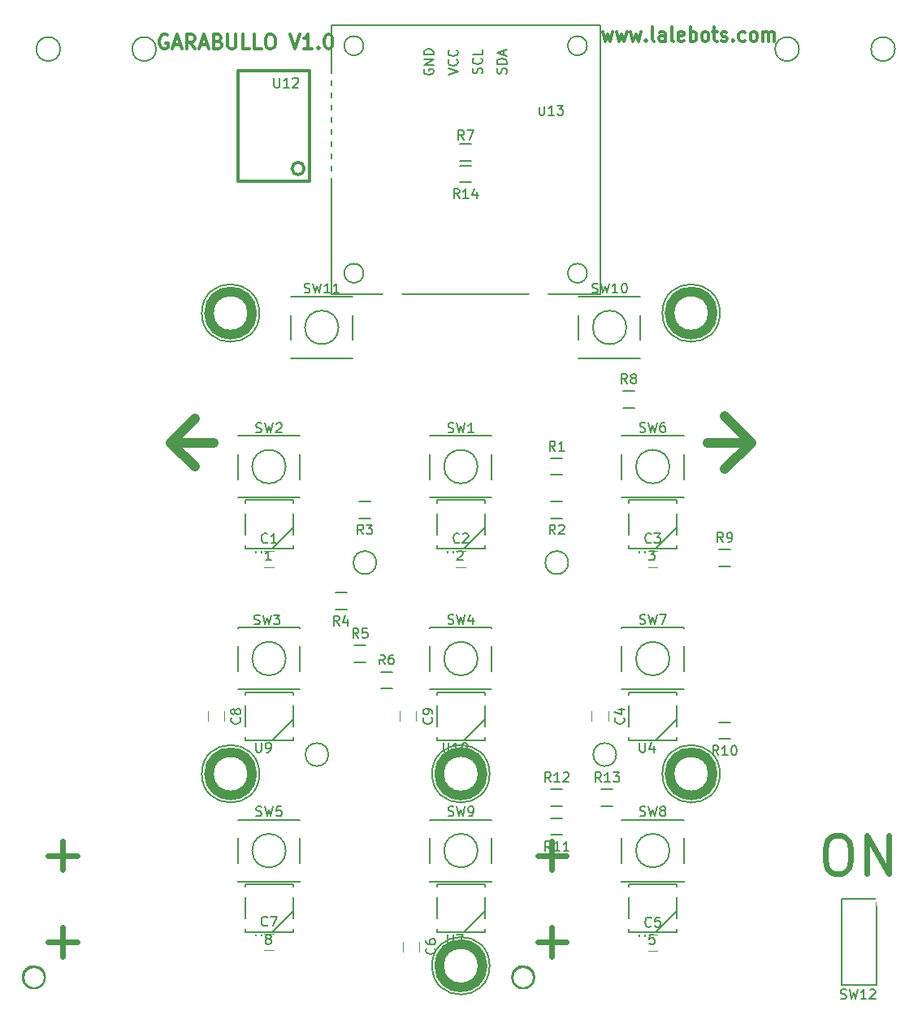
<source format=gbr>
G04 #@! TF.FileFunction,Legend,Top*
%FSLAX46Y46*%
G04 Gerber Fmt 4.6, Leading zero omitted, Abs format (unit mm)*
G04 Created by KiCad (PCBNEW 4.0.5-e0-6337~49~ubuntu16.04.1) date Sun Jan 22 15:59:59 2017*
%MOMM*%
%LPD*%
G01*
G04 APERTURE LIST*
%ADD10C,0.100000*%
%ADD11C,0.300000*%
%ADD12C,0.375000*%
%ADD13C,0.600000*%
%ADD14C,0.200000*%
%ADD15C,1.000000*%
%ADD16C,0.150000*%
%ADD17C,0.120000*%
%ADD18R,1.550000X1.300000*%
%ADD19O,2.500000X3.000000*%
%ADD20C,2.000000*%
%ADD21R,1.500000X1.250000*%
%ADD22R,1.250000X1.500000*%
%ADD23R,1.750000X1.750000*%
%ADD24C,1.750000*%
%ADD25R,1.500000X1.300000*%
%ADD26R,1.500000X0.900000*%
%ADD27O,2.000000X1.500000*%
%ADD28R,2.000000X0.700000*%
%ADD29C,1.524000*%
%ADD30R,2.000000X1.200000*%
%ADD31R,1.700000X1.700000*%
%ADD32O,1.700000X1.700000*%
G04 APERTURE END LIST*
D10*
D11*
X115766666Y-25678571D02*
X116033333Y-26678571D01*
X116299999Y-25964286D01*
X116566666Y-26678571D01*
X116833333Y-25678571D01*
X117233333Y-25678571D02*
X117500000Y-26678571D01*
X117766666Y-25964286D01*
X118033333Y-26678571D01*
X118300000Y-25678571D01*
X118700000Y-25678571D02*
X118966667Y-26678571D01*
X119233333Y-25964286D01*
X119500000Y-26678571D01*
X119766667Y-25678571D01*
X120300000Y-26535714D02*
X120366667Y-26607143D01*
X120300000Y-26678571D01*
X120233334Y-26607143D01*
X120300000Y-26535714D01*
X120300000Y-26678571D01*
X121166667Y-26678571D02*
X121033334Y-26607143D01*
X120966667Y-26464286D01*
X120966667Y-25178571D01*
X122300000Y-26678571D02*
X122300000Y-25892857D01*
X122233334Y-25750000D01*
X122100000Y-25678571D01*
X121833334Y-25678571D01*
X121700000Y-25750000D01*
X122300000Y-26607143D02*
X122166667Y-26678571D01*
X121833334Y-26678571D01*
X121700000Y-26607143D01*
X121633334Y-26464286D01*
X121633334Y-26321429D01*
X121700000Y-26178571D01*
X121833334Y-26107143D01*
X122166667Y-26107143D01*
X122300000Y-26035714D01*
X123166667Y-26678571D02*
X123033334Y-26607143D01*
X122966667Y-26464286D01*
X122966667Y-25178571D01*
X124233334Y-26607143D02*
X124100000Y-26678571D01*
X123833334Y-26678571D01*
X123700000Y-26607143D01*
X123633334Y-26464286D01*
X123633334Y-25892857D01*
X123700000Y-25750000D01*
X123833334Y-25678571D01*
X124100000Y-25678571D01*
X124233334Y-25750000D01*
X124300000Y-25892857D01*
X124300000Y-26035714D01*
X123633334Y-26178571D01*
X124900000Y-26678571D02*
X124900000Y-25178571D01*
X124900000Y-25750000D02*
X125033334Y-25678571D01*
X125300000Y-25678571D01*
X125433334Y-25750000D01*
X125500000Y-25821429D01*
X125566667Y-25964286D01*
X125566667Y-26392857D01*
X125500000Y-26535714D01*
X125433334Y-26607143D01*
X125300000Y-26678571D01*
X125033334Y-26678571D01*
X124900000Y-26607143D01*
X126366667Y-26678571D02*
X126233334Y-26607143D01*
X126166667Y-26535714D01*
X126100001Y-26392857D01*
X126100001Y-25964286D01*
X126166667Y-25821429D01*
X126233334Y-25750000D01*
X126366667Y-25678571D01*
X126566667Y-25678571D01*
X126700001Y-25750000D01*
X126766667Y-25821429D01*
X126833334Y-25964286D01*
X126833334Y-26392857D01*
X126766667Y-26535714D01*
X126700001Y-26607143D01*
X126566667Y-26678571D01*
X126366667Y-26678571D01*
X127233334Y-25678571D02*
X127766668Y-25678571D01*
X127433334Y-25178571D02*
X127433334Y-26464286D01*
X127500001Y-26607143D01*
X127633334Y-26678571D01*
X127766668Y-26678571D01*
X128166668Y-26607143D02*
X128300001Y-26678571D01*
X128566668Y-26678571D01*
X128700001Y-26607143D01*
X128766668Y-26464286D01*
X128766668Y-26392857D01*
X128700001Y-26250000D01*
X128566668Y-26178571D01*
X128366668Y-26178571D01*
X128233334Y-26107143D01*
X128166668Y-25964286D01*
X128166668Y-25892857D01*
X128233334Y-25750000D01*
X128366668Y-25678571D01*
X128566668Y-25678571D01*
X128700001Y-25750000D01*
X129366667Y-26535714D02*
X129433334Y-26607143D01*
X129366667Y-26678571D01*
X129300001Y-26607143D01*
X129366667Y-26535714D01*
X129366667Y-26678571D01*
X130633334Y-26607143D02*
X130500001Y-26678571D01*
X130233334Y-26678571D01*
X130100001Y-26607143D01*
X130033334Y-26535714D01*
X129966668Y-26392857D01*
X129966668Y-25964286D01*
X130033334Y-25821429D01*
X130100001Y-25750000D01*
X130233334Y-25678571D01*
X130500001Y-25678571D01*
X130633334Y-25750000D01*
X131433334Y-26678571D02*
X131300001Y-26607143D01*
X131233334Y-26535714D01*
X131166668Y-26392857D01*
X131166668Y-25964286D01*
X131233334Y-25821429D01*
X131300001Y-25750000D01*
X131433334Y-25678571D01*
X131633334Y-25678571D01*
X131766668Y-25750000D01*
X131833334Y-25821429D01*
X131900001Y-25964286D01*
X131900001Y-26392857D01*
X131833334Y-26535714D01*
X131766668Y-26607143D01*
X131633334Y-26678571D01*
X131433334Y-26678571D01*
X132500001Y-26678571D02*
X132500001Y-25678571D01*
X132500001Y-25821429D02*
X132566668Y-25750000D01*
X132700001Y-25678571D01*
X132900001Y-25678571D01*
X133033335Y-25750000D01*
X133100001Y-25892857D01*
X133100001Y-26678571D01*
X133100001Y-25892857D02*
X133166668Y-25750000D01*
X133300001Y-25678571D01*
X133500001Y-25678571D01*
X133633335Y-25750000D01*
X133700001Y-25892857D01*
X133700001Y-26678571D01*
D12*
X70421429Y-26050000D02*
X70278572Y-25978571D01*
X70064286Y-25978571D01*
X69850001Y-26050000D01*
X69707143Y-26192857D01*
X69635715Y-26335714D01*
X69564286Y-26621429D01*
X69564286Y-26835714D01*
X69635715Y-27121429D01*
X69707143Y-27264286D01*
X69850001Y-27407143D01*
X70064286Y-27478571D01*
X70207143Y-27478571D01*
X70421429Y-27407143D01*
X70492858Y-27335714D01*
X70492858Y-26835714D01*
X70207143Y-26835714D01*
X71064286Y-27050000D02*
X71778572Y-27050000D01*
X70921429Y-27478571D02*
X71421429Y-25978571D01*
X71921429Y-27478571D01*
X73278572Y-27478571D02*
X72778572Y-26764286D01*
X72421429Y-27478571D02*
X72421429Y-25978571D01*
X72992857Y-25978571D01*
X73135715Y-26050000D01*
X73207143Y-26121429D01*
X73278572Y-26264286D01*
X73278572Y-26478571D01*
X73207143Y-26621429D01*
X73135715Y-26692857D01*
X72992857Y-26764286D01*
X72421429Y-26764286D01*
X73850000Y-27050000D02*
X74564286Y-27050000D01*
X73707143Y-27478571D02*
X74207143Y-25978571D01*
X74707143Y-27478571D01*
X75707143Y-26692857D02*
X75921429Y-26764286D01*
X75992857Y-26835714D01*
X76064286Y-26978571D01*
X76064286Y-27192857D01*
X75992857Y-27335714D01*
X75921429Y-27407143D01*
X75778571Y-27478571D01*
X75207143Y-27478571D01*
X75207143Y-25978571D01*
X75707143Y-25978571D01*
X75850000Y-26050000D01*
X75921429Y-26121429D01*
X75992857Y-26264286D01*
X75992857Y-26407143D01*
X75921429Y-26550000D01*
X75850000Y-26621429D01*
X75707143Y-26692857D01*
X75207143Y-26692857D01*
X76707143Y-25978571D02*
X76707143Y-27192857D01*
X76778571Y-27335714D01*
X76850000Y-27407143D01*
X76992857Y-27478571D01*
X77278571Y-27478571D01*
X77421429Y-27407143D01*
X77492857Y-27335714D01*
X77564286Y-27192857D01*
X77564286Y-25978571D01*
X78992858Y-27478571D02*
X78278572Y-27478571D01*
X78278572Y-25978571D01*
X80207144Y-27478571D02*
X79492858Y-27478571D01*
X79492858Y-25978571D01*
X80992858Y-25978571D02*
X81278572Y-25978571D01*
X81421430Y-26050000D01*
X81564287Y-26192857D01*
X81635715Y-26478571D01*
X81635715Y-26978571D01*
X81564287Y-27264286D01*
X81421430Y-27407143D01*
X81278572Y-27478571D01*
X80992858Y-27478571D01*
X80850001Y-27407143D01*
X80707144Y-27264286D01*
X80635715Y-26978571D01*
X80635715Y-26478571D01*
X80707144Y-26192857D01*
X80850001Y-26050000D01*
X80992858Y-25978571D01*
X83207144Y-25978571D02*
X83707144Y-27478571D01*
X84207144Y-25978571D01*
X85492858Y-27478571D02*
X84635715Y-27478571D01*
X85064287Y-27478571D02*
X85064287Y-25978571D01*
X84921430Y-26192857D01*
X84778572Y-26335714D01*
X84635715Y-26407143D01*
X86135715Y-27335714D02*
X86207143Y-27407143D01*
X86135715Y-27478571D01*
X86064286Y-27407143D01*
X86135715Y-27335714D01*
X86135715Y-27478571D01*
X87135715Y-25978571D02*
X87278572Y-25978571D01*
X87421429Y-26050000D01*
X87492858Y-26121429D01*
X87564287Y-26264286D01*
X87635715Y-26550000D01*
X87635715Y-26907143D01*
X87564287Y-27192857D01*
X87492858Y-27335714D01*
X87421429Y-27407143D01*
X87278572Y-27478571D01*
X87135715Y-27478571D01*
X86992858Y-27407143D01*
X86921429Y-27335714D01*
X86850001Y-27192857D01*
X86778572Y-26907143D01*
X86778572Y-26550000D01*
X86850001Y-26264286D01*
X86921429Y-26121429D01*
X86992858Y-26050000D01*
X87135715Y-25978571D01*
D13*
X139923810Y-109409524D02*
X140685714Y-109409524D01*
X141066667Y-109600000D01*
X141447619Y-109980952D01*
X141638095Y-110742857D01*
X141638095Y-112076190D01*
X141447619Y-112838095D01*
X141066667Y-113219048D01*
X140685714Y-113409524D01*
X139923810Y-113409524D01*
X139542857Y-113219048D01*
X139161905Y-112838095D01*
X138971429Y-112076190D01*
X138971429Y-110742857D01*
X139161905Y-109980952D01*
X139542857Y-109600000D01*
X139923810Y-109409524D01*
X143352381Y-113409524D02*
X143352381Y-109409524D01*
X145638095Y-113409524D01*
X145638095Y-109409524D01*
D14*
X117200000Y-101000000D02*
G75*
G03X117200000Y-101000000I-1200000J0D01*
G01*
X87200000Y-101000000D02*
G75*
G03X87200000Y-101000000I-1200000J0D01*
G01*
X112200000Y-81000000D02*
G75*
G03X112200000Y-81000000I-1200000J0D01*
G01*
X92200000Y-81000000D02*
G75*
G03X92200000Y-81000000I-1200000J0D01*
G01*
X146250000Y-27500000D02*
G75*
G03X146250000Y-27500000I-1250000J0D01*
G01*
X136250000Y-27500000D02*
G75*
G03X136250000Y-27500000I-1250000J0D01*
G01*
X69250000Y-27500000D02*
G75*
G03X69250000Y-27500000I-1250000J0D01*
G01*
X59250000Y-27500000D02*
G75*
G03X59250000Y-27500000I-1250000J0D01*
G01*
D15*
X70750000Y-68500000D02*
X73250000Y-71000000D01*
X70750000Y-68500000D02*
X73250000Y-66000000D01*
X128500000Y-71250000D02*
X131250000Y-68500000D01*
X131250000Y-68500000D02*
X128500000Y-65750000D01*
X130250000Y-68500000D02*
X126750000Y-68500000D01*
X71000000Y-68500000D02*
X75250000Y-68500000D01*
X127250000Y-55000000D02*
G75*
G03X127250000Y-55000000I-2250000J0D01*
G01*
D14*
X128000000Y-55000000D02*
G75*
G03X128000000Y-55000000I-3000000J0D01*
G01*
X80000000Y-55000000D02*
G75*
G03X80000000Y-55000000I-3000000J0D01*
G01*
D15*
X79250000Y-55000000D02*
G75*
G03X79250000Y-55000000I-2250000J0D01*
G01*
X103263846Y-103000000D02*
G75*
G03X103263846Y-103000000I-2263846J0D01*
G01*
X79250000Y-103000000D02*
G75*
G03X79250000Y-103000000I-2250000J0D01*
G01*
D14*
X104000000Y-103000000D02*
G75*
G03X104000000Y-103000000I-3000000J0D01*
G01*
D15*
X103263846Y-123000000D02*
G75*
G03X103263846Y-123000000I-2263846J0D01*
G01*
X127250000Y-103000000D02*
G75*
G03X127250000Y-103000000I-2250000J0D01*
G01*
D14*
X128000000Y-103000000D02*
G75*
G03X128000000Y-103000000I-3000000J0D01*
G01*
X80000000Y-103000000D02*
G75*
G03X80000000Y-103000000I-3000000J0D01*
G01*
X104000000Y-123000000D02*
G75*
G03X104000000Y-123000000I-3000000J0D01*
G01*
D16*
X102750714Y-71000000D02*
G75*
G03X102750714Y-71000000I-1750714J0D01*
G01*
X97775000Y-74225000D02*
X97775000Y-74200000D01*
X97775000Y-67775000D02*
X97775000Y-67800000D01*
X104225000Y-67775000D02*
X104225000Y-67800000D01*
X104225000Y-74200000D02*
X104225000Y-74225000D01*
X97775000Y-72300000D02*
X97775000Y-69700000D01*
X104225000Y-74225000D02*
X97775000Y-74225000D01*
X104225000Y-72300000D02*
X104225000Y-69700000D01*
X104225000Y-67775000D02*
X97775000Y-67775000D01*
X102750714Y-91000000D02*
G75*
G03X102750714Y-91000000I-1750714J0D01*
G01*
X104225000Y-87775000D02*
X104225000Y-87800000D01*
X104225000Y-94225000D02*
X104225000Y-94200000D01*
X97775000Y-94225000D02*
X97775000Y-94200000D01*
X97775000Y-87800000D02*
X97775000Y-87775000D01*
X104225000Y-89700000D02*
X104225000Y-92300000D01*
X97775000Y-87775000D02*
X104225000Y-87775000D01*
X97775000Y-89700000D02*
X97775000Y-92300000D01*
X97775000Y-94225000D02*
X104225000Y-94225000D01*
D11*
X57600000Y-124200000D02*
G75*
G03X57600000Y-124200000I-1100000J0D01*
G01*
D13*
X59500000Y-113000000D02*
X59500000Y-110000000D01*
X58000000Y-111500000D02*
X61000000Y-111500000D01*
X58000000Y-120500000D02*
X61000000Y-120500000D01*
X59500000Y-122000000D02*
X59500000Y-119000000D01*
D17*
X81500000Y-79750000D02*
X80500000Y-79750000D01*
X80500000Y-81450000D02*
X81500000Y-81450000D01*
X101500000Y-79750000D02*
X100500000Y-79750000D01*
X100500000Y-81450000D02*
X101500000Y-81450000D01*
X121500000Y-79750000D02*
X120500000Y-79750000D01*
X120500000Y-81450000D02*
X121500000Y-81450000D01*
X116350000Y-97500000D02*
X116350000Y-96500000D01*
X114650000Y-96500000D02*
X114650000Y-97500000D01*
X121500000Y-119750000D02*
X120500000Y-119750000D01*
X120500000Y-121450000D02*
X121500000Y-121450000D01*
X96650000Y-121500000D02*
X96650000Y-120500000D01*
X94950000Y-120500000D02*
X94950000Y-121500000D01*
X81500000Y-119650000D02*
X80500000Y-119650000D01*
X80500000Y-121350000D02*
X81500000Y-121350000D01*
X76350000Y-97500000D02*
X76350000Y-96500000D01*
X74650000Y-96500000D02*
X74650000Y-97500000D01*
X96350000Y-97500000D02*
X96350000Y-96500000D01*
X94650000Y-96500000D02*
X94650000Y-97500000D01*
D16*
X111600000Y-71875000D02*
X110400000Y-71875000D01*
X110400000Y-70125000D02*
X111600000Y-70125000D01*
X110400000Y-74625000D02*
X111600000Y-74625000D01*
X111600000Y-76375000D02*
X110400000Y-76375000D01*
X90400000Y-74625000D02*
X91600000Y-74625000D01*
X91600000Y-76375000D02*
X90400000Y-76375000D01*
X87900000Y-84125000D02*
X89100000Y-84125000D01*
X89100000Y-85875000D02*
X87900000Y-85875000D01*
X91100000Y-91375000D02*
X89900000Y-91375000D01*
X89900000Y-89625000D02*
X91100000Y-89625000D01*
X93850000Y-94125000D02*
X92650000Y-94125000D01*
X92650000Y-92375000D02*
X93850000Y-92375000D01*
X100900000Y-37375000D02*
X102100000Y-37375000D01*
X102100000Y-39125000D02*
X100900000Y-39125000D01*
X119100000Y-64875000D02*
X117900000Y-64875000D01*
X117900000Y-63125000D02*
X119100000Y-63125000D01*
X129100000Y-81375000D02*
X127900000Y-81375000D01*
X127900000Y-79625000D02*
X129100000Y-79625000D01*
X127900000Y-97625000D02*
X129100000Y-97625000D01*
X129100000Y-99375000D02*
X127900000Y-99375000D01*
X110400000Y-107625000D02*
X111600000Y-107625000D01*
X111600000Y-109375000D02*
X110400000Y-109375000D01*
X111600000Y-106375000D02*
X110400000Y-106375000D01*
X110400000Y-104625000D02*
X111600000Y-104625000D01*
X116850000Y-106375000D02*
X115650000Y-106375000D01*
X115650000Y-104625000D02*
X116850000Y-104625000D01*
X100900000Y-39625000D02*
X102100000Y-39625000D01*
X102100000Y-41375000D02*
X100900000Y-41375000D01*
X82750714Y-71000000D02*
G75*
G03X82750714Y-71000000I-1750714J0D01*
G01*
X77775000Y-74225000D02*
X77775000Y-74200000D01*
X77775000Y-67775000D02*
X77775000Y-67800000D01*
X84225000Y-67775000D02*
X84225000Y-67800000D01*
X84225000Y-74200000D02*
X84225000Y-74225000D01*
X77775000Y-72300000D02*
X77775000Y-69700000D01*
X84225000Y-74225000D02*
X77775000Y-74225000D01*
X84225000Y-72300000D02*
X84225000Y-69700000D01*
X84225000Y-67775000D02*
X77775000Y-67775000D01*
X82750714Y-91000000D02*
G75*
G03X82750714Y-91000000I-1750714J0D01*
G01*
X77775000Y-94225000D02*
X77775000Y-94200000D01*
X77775000Y-87775000D02*
X77775000Y-87800000D01*
X84225000Y-87775000D02*
X84225000Y-87800000D01*
X84225000Y-94200000D02*
X84225000Y-94225000D01*
X77775000Y-92300000D02*
X77775000Y-89700000D01*
X84225000Y-94225000D02*
X77775000Y-94225000D01*
X84225000Y-92300000D02*
X84225000Y-89700000D01*
X84225000Y-87775000D02*
X77775000Y-87775000D01*
X82750714Y-111000000D02*
G75*
G03X82750714Y-111000000I-1750714J0D01*
G01*
X84225000Y-107775000D02*
X84225000Y-107800000D01*
X84225000Y-114225000D02*
X84225000Y-114200000D01*
X77775000Y-114225000D02*
X77775000Y-114200000D01*
X77775000Y-107800000D02*
X77775000Y-107775000D01*
X84225000Y-109700000D02*
X84225000Y-112300000D01*
X77775000Y-107775000D02*
X84225000Y-107775000D01*
X77775000Y-109700000D02*
X77775000Y-112300000D01*
X77775000Y-114225000D02*
X84225000Y-114225000D01*
X122750714Y-71000000D02*
G75*
G03X122750714Y-71000000I-1750714J0D01*
G01*
X124225000Y-67775000D02*
X124225000Y-67800000D01*
X124225000Y-74225000D02*
X124225000Y-74200000D01*
X117775000Y-74225000D02*
X117775000Y-74200000D01*
X117775000Y-67800000D02*
X117775000Y-67775000D01*
X124225000Y-69700000D02*
X124225000Y-72300000D01*
X117775000Y-67775000D02*
X124225000Y-67775000D01*
X117775000Y-69700000D02*
X117775000Y-72300000D01*
X117775000Y-74225000D02*
X124225000Y-74225000D01*
X122750714Y-91000000D02*
G75*
G03X122750714Y-91000000I-1750714J0D01*
G01*
X124225000Y-87775000D02*
X124225000Y-87800000D01*
X124225000Y-94225000D02*
X124225000Y-94200000D01*
X117775000Y-94225000D02*
X117775000Y-94200000D01*
X117775000Y-87800000D02*
X117775000Y-87775000D01*
X124225000Y-89700000D02*
X124225000Y-92300000D01*
X117775000Y-87775000D02*
X124225000Y-87775000D01*
X117775000Y-89700000D02*
X117775000Y-92300000D01*
X117775000Y-94225000D02*
X124225000Y-94225000D01*
X122750714Y-111000000D02*
G75*
G03X122750714Y-111000000I-1750714J0D01*
G01*
X124225000Y-107775000D02*
X124225000Y-107800000D01*
X124225000Y-114225000D02*
X124225000Y-114200000D01*
X117775000Y-114225000D02*
X117775000Y-114200000D01*
X117775000Y-107800000D02*
X117775000Y-107775000D01*
X124225000Y-109700000D02*
X124225000Y-112300000D01*
X117775000Y-107775000D02*
X124225000Y-107775000D01*
X117775000Y-109700000D02*
X117775000Y-112300000D01*
X117775000Y-114225000D02*
X124225000Y-114225000D01*
X102750714Y-111000000D02*
G75*
G03X102750714Y-111000000I-1750714J0D01*
G01*
X104225000Y-107775000D02*
X104225000Y-107800000D01*
X104225000Y-114225000D02*
X104225000Y-114200000D01*
X97775000Y-114225000D02*
X97775000Y-114200000D01*
X97775000Y-107800000D02*
X97775000Y-107775000D01*
X104225000Y-109700000D02*
X104225000Y-112300000D01*
X97775000Y-107775000D02*
X104225000Y-107775000D01*
X97775000Y-109700000D02*
X97775000Y-112300000D01*
X97775000Y-114225000D02*
X104225000Y-114225000D01*
X118250714Y-56500000D02*
G75*
G03X118250714Y-56500000I-1750714J0D01*
G01*
X119725000Y-53275000D02*
X119725000Y-53300000D01*
X119725000Y-59725000D02*
X119725000Y-59700000D01*
X113275000Y-59725000D02*
X113275000Y-59700000D01*
X113275000Y-53300000D02*
X113275000Y-53275000D01*
X119725000Y-55200000D02*
X119725000Y-57800000D01*
X113275000Y-53275000D02*
X119725000Y-53275000D01*
X113275000Y-55200000D02*
X113275000Y-57800000D01*
X113275000Y-59725000D02*
X119725000Y-59725000D01*
X83500000Y-77300000D02*
X81300000Y-79500000D01*
X83500000Y-74800000D02*
X83500000Y-74500000D01*
X83500000Y-78100000D02*
X83500000Y-75900000D01*
X83500000Y-79500000D02*
X83500000Y-79200000D01*
X78500000Y-79200000D02*
X78500000Y-79500000D01*
X78500000Y-75900000D02*
X78500000Y-78100000D01*
X78500000Y-74500000D02*
X78500000Y-74800000D01*
X78500000Y-79500000D02*
X83500000Y-79500000D01*
X78500000Y-74500000D02*
X83500000Y-74500000D01*
X103500000Y-77300000D02*
X101300000Y-79500000D01*
X103500000Y-74800000D02*
X103500000Y-74500000D01*
X103500000Y-78100000D02*
X103500000Y-75900000D01*
X103500000Y-79500000D02*
X103500000Y-79200000D01*
X98500000Y-79200000D02*
X98500000Y-79500000D01*
X98500000Y-75900000D02*
X98500000Y-78100000D01*
X98500000Y-74500000D02*
X98500000Y-74800000D01*
X98500000Y-79500000D02*
X103500000Y-79500000D01*
X98500000Y-74500000D02*
X103500000Y-74500000D01*
X123500000Y-77300000D02*
X121300000Y-79500000D01*
X123500000Y-74800000D02*
X123500000Y-74500000D01*
X123500000Y-78100000D02*
X123500000Y-75900000D01*
X123500000Y-79500000D02*
X123500000Y-79200000D01*
X118500000Y-79200000D02*
X118500000Y-79500000D01*
X118500000Y-75900000D02*
X118500000Y-78100000D01*
X118500000Y-74500000D02*
X118500000Y-74800000D01*
X118500000Y-79500000D02*
X123500000Y-79500000D01*
X118500000Y-74500000D02*
X123500000Y-74500000D01*
X123500000Y-97300000D02*
X121300000Y-99500000D01*
X123500000Y-94800000D02*
X123500000Y-94500000D01*
X123500000Y-98100000D02*
X123500000Y-95900000D01*
X123500000Y-99500000D02*
X123500000Y-99200000D01*
X118500000Y-99200000D02*
X118500000Y-99500000D01*
X118500000Y-95900000D02*
X118500000Y-98100000D01*
X118500000Y-94500000D02*
X118500000Y-94800000D01*
X118500000Y-99500000D02*
X123500000Y-99500000D01*
X118500000Y-94500000D02*
X123500000Y-94500000D01*
X123500000Y-117300000D02*
X121300000Y-119500000D01*
X123500000Y-114800000D02*
X123500000Y-114500000D01*
X123500000Y-118100000D02*
X123500000Y-115900000D01*
X123500000Y-119500000D02*
X123500000Y-119200000D01*
X118500000Y-119200000D02*
X118500000Y-119500000D01*
X118500000Y-115900000D02*
X118500000Y-118100000D01*
X118500000Y-114500000D02*
X118500000Y-114800000D01*
X118500000Y-119500000D02*
X123500000Y-119500000D01*
X118500000Y-114500000D02*
X123500000Y-114500000D01*
X103500000Y-117300000D02*
X101300000Y-119500000D01*
X103500000Y-114800000D02*
X103500000Y-114500000D01*
X103500000Y-118100000D02*
X103500000Y-115900000D01*
X103500000Y-119500000D02*
X103500000Y-119200000D01*
X98500000Y-119200000D02*
X98500000Y-119500000D01*
X98500000Y-115900000D02*
X98500000Y-118100000D01*
X98500000Y-114500000D02*
X98500000Y-114800000D01*
X98500000Y-119500000D02*
X103500000Y-119500000D01*
X98500000Y-114500000D02*
X103500000Y-114500000D01*
X83500000Y-117300000D02*
X81300000Y-119500000D01*
X83500000Y-114800000D02*
X83500000Y-114500000D01*
X83500000Y-118100000D02*
X83500000Y-115900000D01*
X83500000Y-119500000D02*
X83500000Y-119200000D01*
X78500000Y-119200000D02*
X78500000Y-119500000D01*
X78500000Y-115900000D02*
X78500000Y-118100000D01*
X78500000Y-114500000D02*
X78500000Y-114800000D01*
X78500000Y-119500000D02*
X83500000Y-119500000D01*
X78500000Y-114500000D02*
X83500000Y-114500000D01*
X83500000Y-97300000D02*
X81300000Y-99500000D01*
X83500000Y-94800000D02*
X83500000Y-94500000D01*
X83500000Y-98100000D02*
X83500000Y-95900000D01*
X83500000Y-99500000D02*
X83500000Y-99200000D01*
X78500000Y-99200000D02*
X78500000Y-99500000D01*
X78500000Y-95900000D02*
X78500000Y-98100000D01*
X78500000Y-94500000D02*
X78500000Y-94800000D01*
X78500000Y-99500000D02*
X83500000Y-99500000D01*
X78500000Y-94500000D02*
X83500000Y-94500000D01*
X103500000Y-97300000D02*
X101300000Y-99500000D01*
X103500000Y-94800000D02*
X103500000Y-94500000D01*
X103500000Y-98100000D02*
X103500000Y-95900000D01*
X103500000Y-99500000D02*
X103500000Y-99200000D01*
X98500000Y-99200000D02*
X98500000Y-99500000D01*
X98500000Y-95900000D02*
X98500000Y-98100000D01*
X98500000Y-94500000D02*
X98500000Y-94800000D01*
X98500000Y-99500000D02*
X103500000Y-99500000D01*
X98500000Y-94500000D02*
X103500000Y-94500000D01*
D11*
X84675000Y-39945000D02*
G75*
G03X84675000Y-39945000I-635000J0D01*
G01*
X85250000Y-41275000D02*
X85250000Y-29725000D01*
X85250000Y-29725000D02*
X77750000Y-29725000D01*
X77750000Y-29725000D02*
X77750000Y-41275000D01*
X77750000Y-41275000D02*
X85250000Y-41275000D01*
D16*
X114150000Y-50850000D02*
G75*
G03X114150000Y-50850000I-1000000J0D01*
G01*
X90850000Y-50850000D02*
G75*
G03X90850000Y-50850000I-1000000J0D01*
G01*
X90850000Y-27150000D02*
G75*
G03X90850000Y-27150000I-1000000J0D01*
G01*
X114150000Y-27150000D02*
G75*
G03X114150000Y-27150000I-1000000J0D01*
G01*
X87500000Y-25000000D02*
X115500000Y-25000000D01*
X115500000Y-25000000D02*
X115500000Y-53000000D01*
X115500000Y-53000000D02*
X87500000Y-53000000D01*
X87500000Y-53000000D02*
X87500000Y-25000000D01*
D11*
X108600000Y-124200000D02*
G75*
G03X108600000Y-124200000I-1100000J0D01*
G01*
D13*
X110500000Y-113000000D02*
X110500000Y-110000000D01*
X109000000Y-111500000D02*
X112000000Y-111500000D01*
X109000000Y-120500000D02*
X112000000Y-120500000D01*
X110500000Y-122000000D02*
X110500000Y-119000000D01*
D16*
X140700000Y-116000000D02*
X140700000Y-125000000D01*
X140700000Y-125000000D02*
X144300000Y-125000000D01*
X144300000Y-125000000D02*
X144300000Y-116000000D01*
X144300000Y-116000000D02*
X140700000Y-116000000D01*
X88250714Y-56500000D02*
G75*
G03X88250714Y-56500000I-1750714J0D01*
G01*
X89725000Y-53275000D02*
X89725000Y-53300000D01*
X89725000Y-59725000D02*
X89725000Y-59700000D01*
X83275000Y-59725000D02*
X83275000Y-59700000D01*
X83275000Y-53300000D02*
X83275000Y-53275000D01*
X89725000Y-55200000D02*
X89725000Y-57800000D01*
X83275000Y-53275000D02*
X89725000Y-53275000D01*
X83275000Y-55200000D02*
X83275000Y-57800000D01*
X83275000Y-59725000D02*
X89725000Y-59725000D01*
X99666667Y-67404762D02*
X99809524Y-67452381D01*
X100047620Y-67452381D01*
X100142858Y-67404762D01*
X100190477Y-67357143D01*
X100238096Y-67261905D01*
X100238096Y-67166667D01*
X100190477Y-67071429D01*
X100142858Y-67023810D01*
X100047620Y-66976190D01*
X99857143Y-66928571D01*
X99761905Y-66880952D01*
X99714286Y-66833333D01*
X99666667Y-66738095D01*
X99666667Y-66642857D01*
X99714286Y-66547619D01*
X99761905Y-66500000D01*
X99857143Y-66452381D01*
X100095239Y-66452381D01*
X100238096Y-66500000D01*
X100571429Y-66452381D02*
X100809524Y-67452381D01*
X101000001Y-66738095D01*
X101190477Y-67452381D01*
X101428572Y-66452381D01*
X102333334Y-67452381D02*
X101761905Y-67452381D01*
X102047619Y-67452381D02*
X102047619Y-66452381D01*
X101952381Y-66595238D01*
X101857143Y-66690476D01*
X101761905Y-66738095D01*
X99666667Y-87354762D02*
X99809524Y-87402381D01*
X100047620Y-87402381D01*
X100142858Y-87354762D01*
X100190477Y-87307143D01*
X100238096Y-87211905D01*
X100238096Y-87116667D01*
X100190477Y-87021429D01*
X100142858Y-86973810D01*
X100047620Y-86926190D01*
X99857143Y-86878571D01*
X99761905Y-86830952D01*
X99714286Y-86783333D01*
X99666667Y-86688095D01*
X99666667Y-86592857D01*
X99714286Y-86497619D01*
X99761905Y-86450000D01*
X99857143Y-86402381D01*
X100095239Y-86402381D01*
X100238096Y-86450000D01*
X100571429Y-86402381D02*
X100809524Y-87402381D01*
X101000001Y-86688095D01*
X101190477Y-87402381D01*
X101428572Y-86402381D01*
X102238096Y-86735714D02*
X102238096Y-87402381D01*
X102000000Y-86354762D02*
X101761905Y-87069048D01*
X102380953Y-87069048D01*
X80833334Y-78857143D02*
X80785715Y-78904762D01*
X80642858Y-78952381D01*
X80547620Y-78952381D01*
X80404762Y-78904762D01*
X80309524Y-78809524D01*
X80261905Y-78714286D01*
X80214286Y-78523810D01*
X80214286Y-78380952D01*
X80261905Y-78190476D01*
X80309524Y-78095238D01*
X80404762Y-78000000D01*
X80547620Y-77952381D01*
X80642858Y-77952381D01*
X80785715Y-78000000D01*
X80833334Y-78047619D01*
X81785715Y-78952381D02*
X81214286Y-78952381D01*
X81500000Y-78952381D02*
X81500000Y-77952381D01*
X81404762Y-78095238D01*
X81309524Y-78190476D01*
X81214286Y-78238095D01*
X100833334Y-78857143D02*
X100785715Y-78904762D01*
X100642858Y-78952381D01*
X100547620Y-78952381D01*
X100404762Y-78904762D01*
X100309524Y-78809524D01*
X100261905Y-78714286D01*
X100214286Y-78523810D01*
X100214286Y-78380952D01*
X100261905Y-78190476D01*
X100309524Y-78095238D01*
X100404762Y-78000000D01*
X100547620Y-77952381D01*
X100642858Y-77952381D01*
X100785715Y-78000000D01*
X100833334Y-78047619D01*
X101214286Y-78047619D02*
X101261905Y-78000000D01*
X101357143Y-77952381D01*
X101595239Y-77952381D01*
X101690477Y-78000000D01*
X101738096Y-78047619D01*
X101785715Y-78142857D01*
X101785715Y-78238095D01*
X101738096Y-78380952D01*
X101166667Y-78952381D01*
X101785715Y-78952381D01*
X120833334Y-78857143D02*
X120785715Y-78904762D01*
X120642858Y-78952381D01*
X120547620Y-78952381D01*
X120404762Y-78904762D01*
X120309524Y-78809524D01*
X120261905Y-78714286D01*
X120214286Y-78523810D01*
X120214286Y-78380952D01*
X120261905Y-78190476D01*
X120309524Y-78095238D01*
X120404762Y-78000000D01*
X120547620Y-77952381D01*
X120642858Y-77952381D01*
X120785715Y-78000000D01*
X120833334Y-78047619D01*
X121166667Y-77952381D02*
X121785715Y-77952381D01*
X121452381Y-78333333D01*
X121595239Y-78333333D01*
X121690477Y-78380952D01*
X121738096Y-78428571D01*
X121785715Y-78523810D01*
X121785715Y-78761905D01*
X121738096Y-78857143D01*
X121690477Y-78904762D01*
X121595239Y-78952381D01*
X121309524Y-78952381D01*
X121214286Y-78904762D01*
X121166667Y-78857143D01*
X117957143Y-97166666D02*
X118004762Y-97214285D01*
X118052381Y-97357142D01*
X118052381Y-97452380D01*
X118004762Y-97595238D01*
X117909524Y-97690476D01*
X117814286Y-97738095D01*
X117623810Y-97785714D01*
X117480952Y-97785714D01*
X117290476Y-97738095D01*
X117195238Y-97690476D01*
X117100000Y-97595238D01*
X117052381Y-97452380D01*
X117052381Y-97357142D01*
X117100000Y-97214285D01*
X117147619Y-97166666D01*
X117385714Y-96309523D02*
X118052381Y-96309523D01*
X117004762Y-96547619D02*
X117719048Y-96785714D01*
X117719048Y-96166666D01*
X120833334Y-118857143D02*
X120785715Y-118904762D01*
X120642858Y-118952381D01*
X120547620Y-118952381D01*
X120404762Y-118904762D01*
X120309524Y-118809524D01*
X120261905Y-118714286D01*
X120214286Y-118523810D01*
X120214286Y-118380952D01*
X120261905Y-118190476D01*
X120309524Y-118095238D01*
X120404762Y-118000000D01*
X120547620Y-117952381D01*
X120642858Y-117952381D01*
X120785715Y-118000000D01*
X120833334Y-118047619D01*
X121738096Y-117952381D02*
X121261905Y-117952381D01*
X121214286Y-118428571D01*
X121261905Y-118380952D01*
X121357143Y-118333333D01*
X121595239Y-118333333D01*
X121690477Y-118380952D01*
X121738096Y-118428571D01*
X121785715Y-118523810D01*
X121785715Y-118761905D01*
X121738096Y-118857143D01*
X121690477Y-118904762D01*
X121595239Y-118952381D01*
X121357143Y-118952381D01*
X121261905Y-118904762D01*
X121214286Y-118857143D01*
X98257143Y-121166666D02*
X98304762Y-121214285D01*
X98352381Y-121357142D01*
X98352381Y-121452380D01*
X98304762Y-121595238D01*
X98209524Y-121690476D01*
X98114286Y-121738095D01*
X97923810Y-121785714D01*
X97780952Y-121785714D01*
X97590476Y-121738095D01*
X97495238Y-121690476D01*
X97400000Y-121595238D01*
X97352381Y-121452380D01*
X97352381Y-121357142D01*
X97400000Y-121214285D01*
X97447619Y-121166666D01*
X97352381Y-120309523D02*
X97352381Y-120500000D01*
X97400000Y-120595238D01*
X97447619Y-120642857D01*
X97590476Y-120738095D01*
X97780952Y-120785714D01*
X98161905Y-120785714D01*
X98257143Y-120738095D01*
X98304762Y-120690476D01*
X98352381Y-120595238D01*
X98352381Y-120404761D01*
X98304762Y-120309523D01*
X98257143Y-120261904D01*
X98161905Y-120214285D01*
X97923810Y-120214285D01*
X97828571Y-120261904D01*
X97780952Y-120309523D01*
X97733333Y-120404761D01*
X97733333Y-120595238D01*
X97780952Y-120690476D01*
X97828571Y-120738095D01*
X97923810Y-120785714D01*
X80833334Y-118757143D02*
X80785715Y-118804762D01*
X80642858Y-118852381D01*
X80547620Y-118852381D01*
X80404762Y-118804762D01*
X80309524Y-118709524D01*
X80261905Y-118614286D01*
X80214286Y-118423810D01*
X80214286Y-118280952D01*
X80261905Y-118090476D01*
X80309524Y-117995238D01*
X80404762Y-117900000D01*
X80547620Y-117852381D01*
X80642858Y-117852381D01*
X80785715Y-117900000D01*
X80833334Y-117947619D01*
X81166667Y-117852381D02*
X81833334Y-117852381D01*
X81404762Y-118852381D01*
X77957143Y-97166666D02*
X78004762Y-97214285D01*
X78052381Y-97357142D01*
X78052381Y-97452380D01*
X78004762Y-97595238D01*
X77909524Y-97690476D01*
X77814286Y-97738095D01*
X77623810Y-97785714D01*
X77480952Y-97785714D01*
X77290476Y-97738095D01*
X77195238Y-97690476D01*
X77100000Y-97595238D01*
X77052381Y-97452380D01*
X77052381Y-97357142D01*
X77100000Y-97214285D01*
X77147619Y-97166666D01*
X77480952Y-96595238D02*
X77433333Y-96690476D01*
X77385714Y-96738095D01*
X77290476Y-96785714D01*
X77242857Y-96785714D01*
X77147619Y-96738095D01*
X77100000Y-96690476D01*
X77052381Y-96595238D01*
X77052381Y-96404761D01*
X77100000Y-96309523D01*
X77147619Y-96261904D01*
X77242857Y-96214285D01*
X77290476Y-96214285D01*
X77385714Y-96261904D01*
X77433333Y-96309523D01*
X77480952Y-96404761D01*
X77480952Y-96595238D01*
X77528571Y-96690476D01*
X77576190Y-96738095D01*
X77671429Y-96785714D01*
X77861905Y-96785714D01*
X77957143Y-96738095D01*
X78004762Y-96690476D01*
X78052381Y-96595238D01*
X78052381Y-96404761D01*
X78004762Y-96309523D01*
X77957143Y-96261904D01*
X77861905Y-96214285D01*
X77671429Y-96214285D01*
X77576190Y-96261904D01*
X77528571Y-96309523D01*
X77480952Y-96404761D01*
X97957143Y-97166666D02*
X98004762Y-97214285D01*
X98052381Y-97357142D01*
X98052381Y-97452380D01*
X98004762Y-97595238D01*
X97909524Y-97690476D01*
X97814286Y-97738095D01*
X97623810Y-97785714D01*
X97480952Y-97785714D01*
X97290476Y-97738095D01*
X97195238Y-97690476D01*
X97100000Y-97595238D01*
X97052381Y-97452380D01*
X97052381Y-97357142D01*
X97100000Y-97214285D01*
X97147619Y-97166666D01*
X98052381Y-96690476D02*
X98052381Y-96500000D01*
X98004762Y-96404761D01*
X97957143Y-96357142D01*
X97814286Y-96261904D01*
X97623810Y-96214285D01*
X97242857Y-96214285D01*
X97147619Y-96261904D01*
X97100000Y-96309523D01*
X97052381Y-96404761D01*
X97052381Y-96595238D01*
X97100000Y-96690476D01*
X97147619Y-96738095D01*
X97242857Y-96785714D01*
X97480952Y-96785714D01*
X97576190Y-96738095D01*
X97623810Y-96690476D01*
X97671429Y-96595238D01*
X97671429Y-96404761D01*
X97623810Y-96309523D01*
X97576190Y-96261904D01*
X97480952Y-96214285D01*
X110833334Y-69352381D02*
X110500000Y-68876190D01*
X110261905Y-69352381D02*
X110261905Y-68352381D01*
X110642858Y-68352381D01*
X110738096Y-68400000D01*
X110785715Y-68447619D01*
X110833334Y-68542857D01*
X110833334Y-68685714D01*
X110785715Y-68780952D01*
X110738096Y-68828571D01*
X110642858Y-68876190D01*
X110261905Y-68876190D01*
X111785715Y-69352381D02*
X111214286Y-69352381D01*
X111500000Y-69352381D02*
X111500000Y-68352381D01*
X111404762Y-68495238D01*
X111309524Y-68590476D01*
X111214286Y-68638095D01*
X110833334Y-78052381D02*
X110500000Y-77576190D01*
X110261905Y-78052381D02*
X110261905Y-77052381D01*
X110642858Y-77052381D01*
X110738096Y-77100000D01*
X110785715Y-77147619D01*
X110833334Y-77242857D01*
X110833334Y-77385714D01*
X110785715Y-77480952D01*
X110738096Y-77528571D01*
X110642858Y-77576190D01*
X110261905Y-77576190D01*
X111214286Y-77147619D02*
X111261905Y-77100000D01*
X111357143Y-77052381D01*
X111595239Y-77052381D01*
X111690477Y-77100000D01*
X111738096Y-77147619D01*
X111785715Y-77242857D01*
X111785715Y-77338095D01*
X111738096Y-77480952D01*
X111166667Y-78052381D01*
X111785715Y-78052381D01*
X90833334Y-78052381D02*
X90500000Y-77576190D01*
X90261905Y-78052381D02*
X90261905Y-77052381D01*
X90642858Y-77052381D01*
X90738096Y-77100000D01*
X90785715Y-77147619D01*
X90833334Y-77242857D01*
X90833334Y-77385714D01*
X90785715Y-77480952D01*
X90738096Y-77528571D01*
X90642858Y-77576190D01*
X90261905Y-77576190D01*
X91166667Y-77052381D02*
X91785715Y-77052381D01*
X91452381Y-77433333D01*
X91595239Y-77433333D01*
X91690477Y-77480952D01*
X91738096Y-77528571D01*
X91785715Y-77623810D01*
X91785715Y-77861905D01*
X91738096Y-77957143D01*
X91690477Y-78004762D01*
X91595239Y-78052381D01*
X91309524Y-78052381D01*
X91214286Y-78004762D01*
X91166667Y-77957143D01*
X88333334Y-87552381D02*
X88000000Y-87076190D01*
X87761905Y-87552381D02*
X87761905Y-86552381D01*
X88142858Y-86552381D01*
X88238096Y-86600000D01*
X88285715Y-86647619D01*
X88333334Y-86742857D01*
X88333334Y-86885714D01*
X88285715Y-86980952D01*
X88238096Y-87028571D01*
X88142858Y-87076190D01*
X87761905Y-87076190D01*
X89190477Y-86885714D02*
X89190477Y-87552381D01*
X88952381Y-86504762D02*
X88714286Y-87219048D01*
X89333334Y-87219048D01*
X90333334Y-88852381D02*
X90000000Y-88376190D01*
X89761905Y-88852381D02*
X89761905Y-87852381D01*
X90142858Y-87852381D01*
X90238096Y-87900000D01*
X90285715Y-87947619D01*
X90333334Y-88042857D01*
X90333334Y-88185714D01*
X90285715Y-88280952D01*
X90238096Y-88328571D01*
X90142858Y-88376190D01*
X89761905Y-88376190D01*
X91238096Y-87852381D02*
X90761905Y-87852381D01*
X90714286Y-88328571D01*
X90761905Y-88280952D01*
X90857143Y-88233333D01*
X91095239Y-88233333D01*
X91190477Y-88280952D01*
X91238096Y-88328571D01*
X91285715Y-88423810D01*
X91285715Y-88661905D01*
X91238096Y-88757143D01*
X91190477Y-88804762D01*
X91095239Y-88852381D01*
X90857143Y-88852381D01*
X90761905Y-88804762D01*
X90714286Y-88757143D01*
X93083334Y-91602381D02*
X92750000Y-91126190D01*
X92511905Y-91602381D02*
X92511905Y-90602381D01*
X92892858Y-90602381D01*
X92988096Y-90650000D01*
X93035715Y-90697619D01*
X93083334Y-90792857D01*
X93083334Y-90935714D01*
X93035715Y-91030952D01*
X92988096Y-91078571D01*
X92892858Y-91126190D01*
X92511905Y-91126190D01*
X93940477Y-90602381D02*
X93750000Y-90602381D01*
X93654762Y-90650000D01*
X93607143Y-90697619D01*
X93511905Y-90840476D01*
X93464286Y-91030952D01*
X93464286Y-91411905D01*
X93511905Y-91507143D01*
X93559524Y-91554762D01*
X93654762Y-91602381D01*
X93845239Y-91602381D01*
X93940477Y-91554762D01*
X93988096Y-91507143D01*
X94035715Y-91411905D01*
X94035715Y-91173810D01*
X93988096Y-91078571D01*
X93940477Y-91030952D01*
X93845239Y-90983333D01*
X93654762Y-90983333D01*
X93559524Y-91030952D01*
X93511905Y-91078571D01*
X93464286Y-91173810D01*
X101333334Y-36952381D02*
X101000000Y-36476190D01*
X100761905Y-36952381D02*
X100761905Y-35952381D01*
X101142858Y-35952381D01*
X101238096Y-36000000D01*
X101285715Y-36047619D01*
X101333334Y-36142857D01*
X101333334Y-36285714D01*
X101285715Y-36380952D01*
X101238096Y-36428571D01*
X101142858Y-36476190D01*
X100761905Y-36476190D01*
X101666667Y-35952381D02*
X102333334Y-35952381D01*
X101904762Y-36952381D01*
X118333334Y-62352381D02*
X118000000Y-61876190D01*
X117761905Y-62352381D02*
X117761905Y-61352381D01*
X118142858Y-61352381D01*
X118238096Y-61400000D01*
X118285715Y-61447619D01*
X118333334Y-61542857D01*
X118333334Y-61685714D01*
X118285715Y-61780952D01*
X118238096Y-61828571D01*
X118142858Y-61876190D01*
X117761905Y-61876190D01*
X118904762Y-61780952D02*
X118809524Y-61733333D01*
X118761905Y-61685714D01*
X118714286Y-61590476D01*
X118714286Y-61542857D01*
X118761905Y-61447619D01*
X118809524Y-61400000D01*
X118904762Y-61352381D01*
X119095239Y-61352381D01*
X119190477Y-61400000D01*
X119238096Y-61447619D01*
X119285715Y-61542857D01*
X119285715Y-61590476D01*
X119238096Y-61685714D01*
X119190477Y-61733333D01*
X119095239Y-61780952D01*
X118904762Y-61780952D01*
X118809524Y-61828571D01*
X118761905Y-61876190D01*
X118714286Y-61971429D01*
X118714286Y-62161905D01*
X118761905Y-62257143D01*
X118809524Y-62304762D01*
X118904762Y-62352381D01*
X119095239Y-62352381D01*
X119190477Y-62304762D01*
X119238096Y-62257143D01*
X119285715Y-62161905D01*
X119285715Y-61971429D01*
X119238096Y-61876190D01*
X119190477Y-61828571D01*
X119095239Y-61780952D01*
X128333334Y-78852381D02*
X128000000Y-78376190D01*
X127761905Y-78852381D02*
X127761905Y-77852381D01*
X128142858Y-77852381D01*
X128238096Y-77900000D01*
X128285715Y-77947619D01*
X128333334Y-78042857D01*
X128333334Y-78185714D01*
X128285715Y-78280952D01*
X128238096Y-78328571D01*
X128142858Y-78376190D01*
X127761905Y-78376190D01*
X128809524Y-78852381D02*
X129000000Y-78852381D01*
X129095239Y-78804762D01*
X129142858Y-78757143D01*
X129238096Y-78614286D01*
X129285715Y-78423810D01*
X129285715Y-78042857D01*
X129238096Y-77947619D01*
X129190477Y-77900000D01*
X129095239Y-77852381D01*
X128904762Y-77852381D01*
X128809524Y-77900000D01*
X128761905Y-77947619D01*
X128714286Y-78042857D01*
X128714286Y-78280952D01*
X128761905Y-78376190D01*
X128809524Y-78423810D01*
X128904762Y-78471429D01*
X129095239Y-78471429D01*
X129190477Y-78423810D01*
X129238096Y-78376190D01*
X129285715Y-78280952D01*
X127857143Y-101052381D02*
X127523809Y-100576190D01*
X127285714Y-101052381D02*
X127285714Y-100052381D01*
X127666667Y-100052381D01*
X127761905Y-100100000D01*
X127809524Y-100147619D01*
X127857143Y-100242857D01*
X127857143Y-100385714D01*
X127809524Y-100480952D01*
X127761905Y-100528571D01*
X127666667Y-100576190D01*
X127285714Y-100576190D01*
X128809524Y-101052381D02*
X128238095Y-101052381D01*
X128523809Y-101052381D02*
X128523809Y-100052381D01*
X128428571Y-100195238D01*
X128333333Y-100290476D01*
X128238095Y-100338095D01*
X129428571Y-100052381D02*
X129523810Y-100052381D01*
X129619048Y-100100000D01*
X129666667Y-100147619D01*
X129714286Y-100242857D01*
X129761905Y-100433333D01*
X129761905Y-100671429D01*
X129714286Y-100861905D01*
X129666667Y-100957143D01*
X129619048Y-101004762D01*
X129523810Y-101052381D01*
X129428571Y-101052381D01*
X129333333Y-101004762D01*
X129285714Y-100957143D01*
X129238095Y-100861905D01*
X129190476Y-100671429D01*
X129190476Y-100433333D01*
X129238095Y-100242857D01*
X129285714Y-100147619D01*
X129333333Y-100100000D01*
X129428571Y-100052381D01*
X110357143Y-111052381D02*
X110023809Y-110576190D01*
X109785714Y-111052381D02*
X109785714Y-110052381D01*
X110166667Y-110052381D01*
X110261905Y-110100000D01*
X110309524Y-110147619D01*
X110357143Y-110242857D01*
X110357143Y-110385714D01*
X110309524Y-110480952D01*
X110261905Y-110528571D01*
X110166667Y-110576190D01*
X109785714Y-110576190D01*
X111309524Y-111052381D02*
X110738095Y-111052381D01*
X111023809Y-111052381D02*
X111023809Y-110052381D01*
X110928571Y-110195238D01*
X110833333Y-110290476D01*
X110738095Y-110338095D01*
X112261905Y-111052381D02*
X111690476Y-111052381D01*
X111976190Y-111052381D02*
X111976190Y-110052381D01*
X111880952Y-110195238D01*
X111785714Y-110290476D01*
X111690476Y-110338095D01*
X110357143Y-103852381D02*
X110023809Y-103376190D01*
X109785714Y-103852381D02*
X109785714Y-102852381D01*
X110166667Y-102852381D01*
X110261905Y-102900000D01*
X110309524Y-102947619D01*
X110357143Y-103042857D01*
X110357143Y-103185714D01*
X110309524Y-103280952D01*
X110261905Y-103328571D01*
X110166667Y-103376190D01*
X109785714Y-103376190D01*
X111309524Y-103852381D02*
X110738095Y-103852381D01*
X111023809Y-103852381D02*
X111023809Y-102852381D01*
X110928571Y-102995238D01*
X110833333Y-103090476D01*
X110738095Y-103138095D01*
X111690476Y-102947619D02*
X111738095Y-102900000D01*
X111833333Y-102852381D01*
X112071429Y-102852381D01*
X112166667Y-102900000D01*
X112214286Y-102947619D01*
X112261905Y-103042857D01*
X112261905Y-103138095D01*
X112214286Y-103280952D01*
X111642857Y-103852381D01*
X112261905Y-103852381D01*
X115607143Y-103852381D02*
X115273809Y-103376190D01*
X115035714Y-103852381D02*
X115035714Y-102852381D01*
X115416667Y-102852381D01*
X115511905Y-102900000D01*
X115559524Y-102947619D01*
X115607143Y-103042857D01*
X115607143Y-103185714D01*
X115559524Y-103280952D01*
X115511905Y-103328571D01*
X115416667Y-103376190D01*
X115035714Y-103376190D01*
X116559524Y-103852381D02*
X115988095Y-103852381D01*
X116273809Y-103852381D02*
X116273809Y-102852381D01*
X116178571Y-102995238D01*
X116083333Y-103090476D01*
X115988095Y-103138095D01*
X116892857Y-102852381D02*
X117511905Y-102852381D01*
X117178571Y-103233333D01*
X117321429Y-103233333D01*
X117416667Y-103280952D01*
X117464286Y-103328571D01*
X117511905Y-103423810D01*
X117511905Y-103661905D01*
X117464286Y-103757143D01*
X117416667Y-103804762D01*
X117321429Y-103852381D01*
X117035714Y-103852381D01*
X116940476Y-103804762D01*
X116892857Y-103757143D01*
X100857143Y-43052381D02*
X100523809Y-42576190D01*
X100285714Y-43052381D02*
X100285714Y-42052381D01*
X100666667Y-42052381D01*
X100761905Y-42100000D01*
X100809524Y-42147619D01*
X100857143Y-42242857D01*
X100857143Y-42385714D01*
X100809524Y-42480952D01*
X100761905Y-42528571D01*
X100666667Y-42576190D01*
X100285714Y-42576190D01*
X101809524Y-43052381D02*
X101238095Y-43052381D01*
X101523809Y-43052381D02*
X101523809Y-42052381D01*
X101428571Y-42195238D01*
X101333333Y-42290476D01*
X101238095Y-42338095D01*
X102666667Y-42385714D02*
X102666667Y-43052381D01*
X102428571Y-42004762D02*
X102190476Y-42719048D01*
X102809524Y-42719048D01*
X79666667Y-67404762D02*
X79809524Y-67452381D01*
X80047620Y-67452381D01*
X80142858Y-67404762D01*
X80190477Y-67357143D01*
X80238096Y-67261905D01*
X80238096Y-67166667D01*
X80190477Y-67071429D01*
X80142858Y-67023810D01*
X80047620Y-66976190D01*
X79857143Y-66928571D01*
X79761905Y-66880952D01*
X79714286Y-66833333D01*
X79666667Y-66738095D01*
X79666667Y-66642857D01*
X79714286Y-66547619D01*
X79761905Y-66500000D01*
X79857143Y-66452381D01*
X80095239Y-66452381D01*
X80238096Y-66500000D01*
X80571429Y-66452381D02*
X80809524Y-67452381D01*
X81000001Y-66738095D01*
X81190477Y-67452381D01*
X81428572Y-66452381D01*
X81761905Y-66547619D02*
X81809524Y-66500000D01*
X81904762Y-66452381D01*
X82142858Y-66452381D01*
X82238096Y-66500000D01*
X82285715Y-66547619D01*
X82333334Y-66642857D01*
X82333334Y-66738095D01*
X82285715Y-66880952D01*
X81714286Y-67452381D01*
X82333334Y-67452381D01*
X79466667Y-87404762D02*
X79609524Y-87452381D01*
X79847620Y-87452381D01*
X79942858Y-87404762D01*
X79990477Y-87357143D01*
X80038096Y-87261905D01*
X80038096Y-87166667D01*
X79990477Y-87071429D01*
X79942858Y-87023810D01*
X79847620Y-86976190D01*
X79657143Y-86928571D01*
X79561905Y-86880952D01*
X79514286Y-86833333D01*
X79466667Y-86738095D01*
X79466667Y-86642857D01*
X79514286Y-86547619D01*
X79561905Y-86500000D01*
X79657143Y-86452381D01*
X79895239Y-86452381D01*
X80038096Y-86500000D01*
X80371429Y-86452381D02*
X80609524Y-87452381D01*
X80800001Y-86738095D01*
X80990477Y-87452381D01*
X81228572Y-86452381D01*
X81514286Y-86452381D02*
X82133334Y-86452381D01*
X81800000Y-86833333D01*
X81942858Y-86833333D01*
X82038096Y-86880952D01*
X82085715Y-86928571D01*
X82133334Y-87023810D01*
X82133334Y-87261905D01*
X82085715Y-87357143D01*
X82038096Y-87404762D01*
X81942858Y-87452381D01*
X81657143Y-87452381D01*
X81561905Y-87404762D01*
X81514286Y-87357143D01*
X79666667Y-107354762D02*
X79809524Y-107402381D01*
X80047620Y-107402381D01*
X80142858Y-107354762D01*
X80190477Y-107307143D01*
X80238096Y-107211905D01*
X80238096Y-107116667D01*
X80190477Y-107021429D01*
X80142858Y-106973810D01*
X80047620Y-106926190D01*
X79857143Y-106878571D01*
X79761905Y-106830952D01*
X79714286Y-106783333D01*
X79666667Y-106688095D01*
X79666667Y-106592857D01*
X79714286Y-106497619D01*
X79761905Y-106450000D01*
X79857143Y-106402381D01*
X80095239Y-106402381D01*
X80238096Y-106450000D01*
X80571429Y-106402381D02*
X80809524Y-107402381D01*
X81000001Y-106688095D01*
X81190477Y-107402381D01*
X81428572Y-106402381D01*
X82285715Y-106402381D02*
X81809524Y-106402381D01*
X81761905Y-106878571D01*
X81809524Y-106830952D01*
X81904762Y-106783333D01*
X82142858Y-106783333D01*
X82238096Y-106830952D01*
X82285715Y-106878571D01*
X82333334Y-106973810D01*
X82333334Y-107211905D01*
X82285715Y-107307143D01*
X82238096Y-107354762D01*
X82142858Y-107402381D01*
X81904762Y-107402381D01*
X81809524Y-107354762D01*
X81761905Y-107307143D01*
X119666667Y-67354762D02*
X119809524Y-67402381D01*
X120047620Y-67402381D01*
X120142858Y-67354762D01*
X120190477Y-67307143D01*
X120238096Y-67211905D01*
X120238096Y-67116667D01*
X120190477Y-67021429D01*
X120142858Y-66973810D01*
X120047620Y-66926190D01*
X119857143Y-66878571D01*
X119761905Y-66830952D01*
X119714286Y-66783333D01*
X119666667Y-66688095D01*
X119666667Y-66592857D01*
X119714286Y-66497619D01*
X119761905Y-66450000D01*
X119857143Y-66402381D01*
X120095239Y-66402381D01*
X120238096Y-66450000D01*
X120571429Y-66402381D02*
X120809524Y-67402381D01*
X121000001Y-66688095D01*
X121190477Y-67402381D01*
X121428572Y-66402381D01*
X122238096Y-66402381D02*
X122047619Y-66402381D01*
X121952381Y-66450000D01*
X121904762Y-66497619D01*
X121809524Y-66640476D01*
X121761905Y-66830952D01*
X121761905Y-67211905D01*
X121809524Y-67307143D01*
X121857143Y-67354762D01*
X121952381Y-67402381D01*
X122142858Y-67402381D01*
X122238096Y-67354762D01*
X122285715Y-67307143D01*
X122333334Y-67211905D01*
X122333334Y-66973810D01*
X122285715Y-66878571D01*
X122238096Y-66830952D01*
X122142858Y-66783333D01*
X121952381Y-66783333D01*
X121857143Y-66830952D01*
X121809524Y-66878571D01*
X121761905Y-66973810D01*
X119666667Y-87354762D02*
X119809524Y-87402381D01*
X120047620Y-87402381D01*
X120142858Y-87354762D01*
X120190477Y-87307143D01*
X120238096Y-87211905D01*
X120238096Y-87116667D01*
X120190477Y-87021429D01*
X120142858Y-86973810D01*
X120047620Y-86926190D01*
X119857143Y-86878571D01*
X119761905Y-86830952D01*
X119714286Y-86783333D01*
X119666667Y-86688095D01*
X119666667Y-86592857D01*
X119714286Y-86497619D01*
X119761905Y-86450000D01*
X119857143Y-86402381D01*
X120095239Y-86402381D01*
X120238096Y-86450000D01*
X120571429Y-86402381D02*
X120809524Y-87402381D01*
X121000001Y-86688095D01*
X121190477Y-87402381D01*
X121428572Y-86402381D01*
X121714286Y-86402381D02*
X122380953Y-86402381D01*
X121952381Y-87402381D01*
X119666667Y-107354762D02*
X119809524Y-107402381D01*
X120047620Y-107402381D01*
X120142858Y-107354762D01*
X120190477Y-107307143D01*
X120238096Y-107211905D01*
X120238096Y-107116667D01*
X120190477Y-107021429D01*
X120142858Y-106973810D01*
X120047620Y-106926190D01*
X119857143Y-106878571D01*
X119761905Y-106830952D01*
X119714286Y-106783333D01*
X119666667Y-106688095D01*
X119666667Y-106592857D01*
X119714286Y-106497619D01*
X119761905Y-106450000D01*
X119857143Y-106402381D01*
X120095239Y-106402381D01*
X120238096Y-106450000D01*
X120571429Y-106402381D02*
X120809524Y-107402381D01*
X121000001Y-106688095D01*
X121190477Y-107402381D01*
X121428572Y-106402381D01*
X121952381Y-106830952D02*
X121857143Y-106783333D01*
X121809524Y-106735714D01*
X121761905Y-106640476D01*
X121761905Y-106592857D01*
X121809524Y-106497619D01*
X121857143Y-106450000D01*
X121952381Y-106402381D01*
X122142858Y-106402381D01*
X122238096Y-106450000D01*
X122285715Y-106497619D01*
X122333334Y-106592857D01*
X122333334Y-106640476D01*
X122285715Y-106735714D01*
X122238096Y-106783333D01*
X122142858Y-106830952D01*
X121952381Y-106830952D01*
X121857143Y-106878571D01*
X121809524Y-106926190D01*
X121761905Y-107021429D01*
X121761905Y-107211905D01*
X121809524Y-107307143D01*
X121857143Y-107354762D01*
X121952381Y-107402381D01*
X122142858Y-107402381D01*
X122238096Y-107354762D01*
X122285715Y-107307143D01*
X122333334Y-107211905D01*
X122333334Y-107021429D01*
X122285715Y-106926190D01*
X122238096Y-106878571D01*
X122142858Y-106830952D01*
X99666667Y-107354762D02*
X99809524Y-107402381D01*
X100047620Y-107402381D01*
X100142858Y-107354762D01*
X100190477Y-107307143D01*
X100238096Y-107211905D01*
X100238096Y-107116667D01*
X100190477Y-107021429D01*
X100142858Y-106973810D01*
X100047620Y-106926190D01*
X99857143Y-106878571D01*
X99761905Y-106830952D01*
X99714286Y-106783333D01*
X99666667Y-106688095D01*
X99666667Y-106592857D01*
X99714286Y-106497619D01*
X99761905Y-106450000D01*
X99857143Y-106402381D01*
X100095239Y-106402381D01*
X100238096Y-106450000D01*
X100571429Y-106402381D02*
X100809524Y-107402381D01*
X101000001Y-106688095D01*
X101190477Y-107402381D01*
X101428572Y-106402381D01*
X101857143Y-107402381D02*
X102047619Y-107402381D01*
X102142858Y-107354762D01*
X102190477Y-107307143D01*
X102285715Y-107164286D01*
X102333334Y-106973810D01*
X102333334Y-106592857D01*
X102285715Y-106497619D01*
X102238096Y-106450000D01*
X102142858Y-106402381D01*
X101952381Y-106402381D01*
X101857143Y-106450000D01*
X101809524Y-106497619D01*
X101761905Y-106592857D01*
X101761905Y-106830952D01*
X101809524Y-106926190D01*
X101857143Y-106973810D01*
X101952381Y-107021429D01*
X102142858Y-107021429D01*
X102238096Y-106973810D01*
X102285715Y-106926190D01*
X102333334Y-106830952D01*
X114690476Y-52854762D02*
X114833333Y-52902381D01*
X115071429Y-52902381D01*
X115166667Y-52854762D01*
X115214286Y-52807143D01*
X115261905Y-52711905D01*
X115261905Y-52616667D01*
X115214286Y-52521429D01*
X115166667Y-52473810D01*
X115071429Y-52426190D01*
X114880952Y-52378571D01*
X114785714Y-52330952D01*
X114738095Y-52283333D01*
X114690476Y-52188095D01*
X114690476Y-52092857D01*
X114738095Y-51997619D01*
X114785714Y-51950000D01*
X114880952Y-51902381D01*
X115119048Y-51902381D01*
X115261905Y-51950000D01*
X115595238Y-51902381D02*
X115833333Y-52902381D01*
X116023810Y-52188095D01*
X116214286Y-52902381D01*
X116452381Y-51902381D01*
X117357143Y-52902381D02*
X116785714Y-52902381D01*
X117071428Y-52902381D02*
X117071428Y-51902381D01*
X116976190Y-52045238D01*
X116880952Y-52140476D01*
X116785714Y-52188095D01*
X117976190Y-51902381D02*
X118071429Y-51902381D01*
X118166667Y-51950000D01*
X118214286Y-51997619D01*
X118261905Y-52092857D01*
X118309524Y-52283333D01*
X118309524Y-52521429D01*
X118261905Y-52711905D01*
X118214286Y-52807143D01*
X118166667Y-52854762D01*
X118071429Y-52902381D01*
X117976190Y-52902381D01*
X117880952Y-52854762D01*
X117833333Y-52807143D01*
X117785714Y-52711905D01*
X117738095Y-52521429D01*
X117738095Y-52283333D01*
X117785714Y-52092857D01*
X117833333Y-51997619D01*
X117880952Y-51950000D01*
X117976190Y-51902381D01*
X79638095Y-79752381D02*
X79638095Y-80561905D01*
X79685714Y-80657143D01*
X79733333Y-80704762D01*
X79828571Y-80752381D01*
X80019048Y-80752381D01*
X80114286Y-80704762D01*
X80161905Y-80657143D01*
X80209524Y-80561905D01*
X80209524Y-79752381D01*
X81209524Y-80752381D02*
X80638095Y-80752381D01*
X80923809Y-80752381D02*
X80923809Y-79752381D01*
X80828571Y-79895238D01*
X80733333Y-79990476D01*
X80638095Y-80038095D01*
X99638095Y-79752381D02*
X99638095Y-80561905D01*
X99685714Y-80657143D01*
X99733333Y-80704762D01*
X99828571Y-80752381D01*
X100019048Y-80752381D01*
X100114286Y-80704762D01*
X100161905Y-80657143D01*
X100209524Y-80561905D01*
X100209524Y-79752381D01*
X100638095Y-79847619D02*
X100685714Y-79800000D01*
X100780952Y-79752381D01*
X101019048Y-79752381D01*
X101114286Y-79800000D01*
X101161905Y-79847619D01*
X101209524Y-79942857D01*
X101209524Y-80038095D01*
X101161905Y-80180952D01*
X100590476Y-80752381D01*
X101209524Y-80752381D01*
X119638095Y-79752381D02*
X119638095Y-80561905D01*
X119685714Y-80657143D01*
X119733333Y-80704762D01*
X119828571Y-80752381D01*
X120019048Y-80752381D01*
X120114286Y-80704762D01*
X120161905Y-80657143D01*
X120209524Y-80561905D01*
X120209524Y-79752381D01*
X120590476Y-79752381D02*
X121209524Y-79752381D01*
X120876190Y-80133333D01*
X121019048Y-80133333D01*
X121114286Y-80180952D01*
X121161905Y-80228571D01*
X121209524Y-80323810D01*
X121209524Y-80561905D01*
X121161905Y-80657143D01*
X121114286Y-80704762D01*
X121019048Y-80752381D01*
X120733333Y-80752381D01*
X120638095Y-80704762D01*
X120590476Y-80657143D01*
X119638095Y-99752381D02*
X119638095Y-100561905D01*
X119685714Y-100657143D01*
X119733333Y-100704762D01*
X119828571Y-100752381D01*
X120019048Y-100752381D01*
X120114286Y-100704762D01*
X120161905Y-100657143D01*
X120209524Y-100561905D01*
X120209524Y-99752381D01*
X121114286Y-100085714D02*
X121114286Y-100752381D01*
X120876190Y-99704762D02*
X120638095Y-100419048D01*
X121257143Y-100419048D01*
X119638095Y-119752381D02*
X119638095Y-120561905D01*
X119685714Y-120657143D01*
X119733333Y-120704762D01*
X119828571Y-120752381D01*
X120019048Y-120752381D01*
X120114286Y-120704762D01*
X120161905Y-120657143D01*
X120209524Y-120561905D01*
X120209524Y-119752381D01*
X121161905Y-119752381D02*
X120685714Y-119752381D01*
X120638095Y-120228571D01*
X120685714Y-120180952D01*
X120780952Y-120133333D01*
X121019048Y-120133333D01*
X121114286Y-120180952D01*
X121161905Y-120228571D01*
X121209524Y-120323810D01*
X121209524Y-120561905D01*
X121161905Y-120657143D01*
X121114286Y-120704762D01*
X121019048Y-120752381D01*
X120780952Y-120752381D01*
X120685714Y-120704762D01*
X120638095Y-120657143D01*
X99638095Y-119752381D02*
X99638095Y-120561905D01*
X99685714Y-120657143D01*
X99733333Y-120704762D01*
X99828571Y-120752381D01*
X100019048Y-120752381D01*
X100114286Y-120704762D01*
X100161905Y-120657143D01*
X100209524Y-120561905D01*
X100209524Y-119752381D01*
X100590476Y-119752381D02*
X101257143Y-119752381D01*
X100828571Y-120752381D01*
X79638095Y-119752381D02*
X79638095Y-120561905D01*
X79685714Y-120657143D01*
X79733333Y-120704762D01*
X79828571Y-120752381D01*
X80019048Y-120752381D01*
X80114286Y-120704762D01*
X80161905Y-120657143D01*
X80209524Y-120561905D01*
X80209524Y-119752381D01*
X80828571Y-120180952D02*
X80733333Y-120133333D01*
X80685714Y-120085714D01*
X80638095Y-119990476D01*
X80638095Y-119942857D01*
X80685714Y-119847619D01*
X80733333Y-119800000D01*
X80828571Y-119752381D01*
X81019048Y-119752381D01*
X81114286Y-119800000D01*
X81161905Y-119847619D01*
X81209524Y-119942857D01*
X81209524Y-119990476D01*
X81161905Y-120085714D01*
X81114286Y-120133333D01*
X81019048Y-120180952D01*
X80828571Y-120180952D01*
X80733333Y-120228571D01*
X80685714Y-120276190D01*
X80638095Y-120371429D01*
X80638095Y-120561905D01*
X80685714Y-120657143D01*
X80733333Y-120704762D01*
X80828571Y-120752381D01*
X81019048Y-120752381D01*
X81114286Y-120704762D01*
X81161905Y-120657143D01*
X81209524Y-120561905D01*
X81209524Y-120371429D01*
X81161905Y-120276190D01*
X81114286Y-120228571D01*
X81019048Y-120180952D01*
X79638095Y-99752381D02*
X79638095Y-100561905D01*
X79685714Y-100657143D01*
X79733333Y-100704762D01*
X79828571Y-100752381D01*
X80019048Y-100752381D01*
X80114286Y-100704762D01*
X80161905Y-100657143D01*
X80209524Y-100561905D01*
X80209524Y-99752381D01*
X80733333Y-100752381D02*
X80923809Y-100752381D01*
X81019048Y-100704762D01*
X81066667Y-100657143D01*
X81161905Y-100514286D01*
X81209524Y-100323810D01*
X81209524Y-99942857D01*
X81161905Y-99847619D01*
X81114286Y-99800000D01*
X81019048Y-99752381D01*
X80828571Y-99752381D01*
X80733333Y-99800000D01*
X80685714Y-99847619D01*
X80638095Y-99942857D01*
X80638095Y-100180952D01*
X80685714Y-100276190D01*
X80733333Y-100323810D01*
X80828571Y-100371429D01*
X81019048Y-100371429D01*
X81114286Y-100323810D01*
X81161905Y-100276190D01*
X81209524Y-100180952D01*
X99161905Y-99752381D02*
X99161905Y-100561905D01*
X99209524Y-100657143D01*
X99257143Y-100704762D01*
X99352381Y-100752381D01*
X99542858Y-100752381D01*
X99638096Y-100704762D01*
X99685715Y-100657143D01*
X99733334Y-100561905D01*
X99733334Y-99752381D01*
X100733334Y-100752381D02*
X100161905Y-100752381D01*
X100447619Y-100752381D02*
X100447619Y-99752381D01*
X100352381Y-99895238D01*
X100257143Y-99990476D01*
X100161905Y-100038095D01*
X101352381Y-99752381D02*
X101447620Y-99752381D01*
X101542858Y-99800000D01*
X101590477Y-99847619D01*
X101638096Y-99942857D01*
X101685715Y-100133333D01*
X101685715Y-100371429D01*
X101638096Y-100561905D01*
X101590477Y-100657143D01*
X101542858Y-100704762D01*
X101447620Y-100752381D01*
X101352381Y-100752381D01*
X101257143Y-100704762D01*
X101209524Y-100657143D01*
X101161905Y-100561905D01*
X101114286Y-100371429D01*
X101114286Y-100133333D01*
X101161905Y-99942857D01*
X101209524Y-99847619D01*
X101257143Y-99800000D01*
X101352381Y-99752381D01*
X81531905Y-30507381D02*
X81531905Y-31316905D01*
X81579524Y-31412143D01*
X81627143Y-31459762D01*
X81722381Y-31507381D01*
X81912858Y-31507381D01*
X82008096Y-31459762D01*
X82055715Y-31412143D01*
X82103334Y-31316905D01*
X82103334Y-30507381D01*
X83103334Y-31507381D02*
X82531905Y-31507381D01*
X82817619Y-31507381D02*
X82817619Y-30507381D01*
X82722381Y-30650238D01*
X82627143Y-30745476D01*
X82531905Y-30793095D01*
X83484286Y-30602619D02*
X83531905Y-30555000D01*
X83627143Y-30507381D01*
X83865239Y-30507381D01*
X83960477Y-30555000D01*
X84008096Y-30602619D01*
X84055715Y-30697857D01*
X84055715Y-30793095D01*
X84008096Y-30935952D01*
X83436667Y-31507381D01*
X84055715Y-31507381D01*
X109151905Y-33372381D02*
X109151905Y-34181905D01*
X109199524Y-34277143D01*
X109247143Y-34324762D01*
X109342381Y-34372381D01*
X109532858Y-34372381D01*
X109628096Y-34324762D01*
X109675715Y-34277143D01*
X109723334Y-34181905D01*
X109723334Y-33372381D01*
X110723334Y-34372381D02*
X110151905Y-34372381D01*
X110437619Y-34372381D02*
X110437619Y-33372381D01*
X110342381Y-33515238D01*
X110247143Y-33610476D01*
X110151905Y-33658095D01*
X111056667Y-33372381D02*
X111675715Y-33372381D01*
X111342381Y-33753333D01*
X111485239Y-33753333D01*
X111580477Y-33800952D01*
X111628096Y-33848571D01*
X111675715Y-33943810D01*
X111675715Y-34181905D01*
X111628096Y-34277143D01*
X111580477Y-34324762D01*
X111485239Y-34372381D01*
X111199524Y-34372381D01*
X111104286Y-34324762D01*
X111056667Y-34277143D01*
X103174762Y-30030476D02*
X103222381Y-29887619D01*
X103222381Y-29649523D01*
X103174762Y-29554285D01*
X103127143Y-29506666D01*
X103031905Y-29459047D01*
X102936667Y-29459047D01*
X102841429Y-29506666D01*
X102793810Y-29554285D01*
X102746190Y-29649523D01*
X102698571Y-29840000D01*
X102650952Y-29935238D01*
X102603333Y-29982857D01*
X102508095Y-30030476D01*
X102412857Y-30030476D01*
X102317619Y-29982857D01*
X102270000Y-29935238D01*
X102222381Y-29840000D01*
X102222381Y-29601904D01*
X102270000Y-29459047D01*
X103127143Y-28459047D02*
X103174762Y-28506666D01*
X103222381Y-28649523D01*
X103222381Y-28744761D01*
X103174762Y-28887619D01*
X103079524Y-28982857D01*
X102984286Y-29030476D01*
X102793810Y-29078095D01*
X102650952Y-29078095D01*
X102460476Y-29030476D01*
X102365238Y-28982857D01*
X102270000Y-28887619D01*
X102222381Y-28744761D01*
X102222381Y-28649523D01*
X102270000Y-28506666D01*
X102317619Y-28459047D01*
X103222381Y-27554285D02*
X103222381Y-28030476D01*
X102222381Y-28030476D01*
X105714762Y-30054286D02*
X105762381Y-29911429D01*
X105762381Y-29673333D01*
X105714762Y-29578095D01*
X105667143Y-29530476D01*
X105571905Y-29482857D01*
X105476667Y-29482857D01*
X105381429Y-29530476D01*
X105333810Y-29578095D01*
X105286190Y-29673333D01*
X105238571Y-29863810D01*
X105190952Y-29959048D01*
X105143333Y-30006667D01*
X105048095Y-30054286D01*
X104952857Y-30054286D01*
X104857619Y-30006667D01*
X104810000Y-29959048D01*
X104762381Y-29863810D01*
X104762381Y-29625714D01*
X104810000Y-29482857D01*
X105762381Y-29054286D02*
X104762381Y-29054286D01*
X104762381Y-28816191D01*
X104810000Y-28673333D01*
X104905238Y-28578095D01*
X105000476Y-28530476D01*
X105190952Y-28482857D01*
X105333810Y-28482857D01*
X105524286Y-28530476D01*
X105619524Y-28578095D01*
X105714762Y-28673333D01*
X105762381Y-28816191D01*
X105762381Y-29054286D01*
X105476667Y-28101905D02*
X105476667Y-27625714D01*
X105762381Y-28197143D02*
X104762381Y-27863810D01*
X105762381Y-27530476D01*
X99682381Y-30173333D02*
X100682381Y-29840000D01*
X99682381Y-29506666D01*
X100587143Y-28601904D02*
X100634762Y-28649523D01*
X100682381Y-28792380D01*
X100682381Y-28887618D01*
X100634762Y-29030476D01*
X100539524Y-29125714D01*
X100444286Y-29173333D01*
X100253810Y-29220952D01*
X100110952Y-29220952D01*
X99920476Y-29173333D01*
X99825238Y-29125714D01*
X99730000Y-29030476D01*
X99682381Y-28887618D01*
X99682381Y-28792380D01*
X99730000Y-28649523D01*
X99777619Y-28601904D01*
X100587143Y-27601904D02*
X100634762Y-27649523D01*
X100682381Y-27792380D01*
X100682381Y-27887618D01*
X100634762Y-28030476D01*
X100539524Y-28125714D01*
X100444286Y-28173333D01*
X100253810Y-28220952D01*
X100110952Y-28220952D01*
X99920476Y-28173333D01*
X99825238Y-28125714D01*
X99730000Y-28030476D01*
X99682381Y-27887618D01*
X99682381Y-27792380D01*
X99730000Y-27649523D01*
X99777619Y-27601904D01*
X97190000Y-29601904D02*
X97142381Y-29697142D01*
X97142381Y-29839999D01*
X97190000Y-29982857D01*
X97285238Y-30078095D01*
X97380476Y-30125714D01*
X97570952Y-30173333D01*
X97713810Y-30173333D01*
X97904286Y-30125714D01*
X97999524Y-30078095D01*
X98094762Y-29982857D01*
X98142381Y-29839999D01*
X98142381Y-29744761D01*
X98094762Y-29601904D01*
X98047143Y-29554285D01*
X97713810Y-29554285D01*
X97713810Y-29744761D01*
X98142381Y-29125714D02*
X97142381Y-29125714D01*
X98142381Y-28554285D01*
X97142381Y-28554285D01*
X98142381Y-28078095D02*
X97142381Y-28078095D01*
X97142381Y-27840000D01*
X97190000Y-27697142D01*
X97285238Y-27601904D01*
X97380476Y-27554285D01*
X97570952Y-27506666D01*
X97713810Y-27506666D01*
X97904286Y-27554285D01*
X97999524Y-27601904D01*
X98094762Y-27697142D01*
X98142381Y-27840000D01*
X98142381Y-28078095D01*
X140590476Y-126404762D02*
X140733333Y-126452381D01*
X140971429Y-126452381D01*
X141066667Y-126404762D01*
X141114286Y-126357143D01*
X141161905Y-126261905D01*
X141161905Y-126166667D01*
X141114286Y-126071429D01*
X141066667Y-126023810D01*
X140971429Y-125976190D01*
X140780952Y-125928571D01*
X140685714Y-125880952D01*
X140638095Y-125833333D01*
X140590476Y-125738095D01*
X140590476Y-125642857D01*
X140638095Y-125547619D01*
X140685714Y-125500000D01*
X140780952Y-125452381D01*
X141019048Y-125452381D01*
X141161905Y-125500000D01*
X141495238Y-125452381D02*
X141733333Y-126452381D01*
X141923810Y-125738095D01*
X142114286Y-126452381D01*
X142352381Y-125452381D01*
X143257143Y-126452381D02*
X142685714Y-126452381D01*
X142971428Y-126452381D02*
X142971428Y-125452381D01*
X142876190Y-125595238D01*
X142780952Y-125690476D01*
X142685714Y-125738095D01*
X143638095Y-125547619D02*
X143685714Y-125500000D01*
X143780952Y-125452381D01*
X144019048Y-125452381D01*
X144114286Y-125500000D01*
X144161905Y-125547619D01*
X144209524Y-125642857D01*
X144209524Y-125738095D01*
X144161905Y-125880952D01*
X143590476Y-126452381D01*
X144209524Y-126452381D01*
X84690476Y-52854762D02*
X84833333Y-52902381D01*
X85071429Y-52902381D01*
X85166667Y-52854762D01*
X85214286Y-52807143D01*
X85261905Y-52711905D01*
X85261905Y-52616667D01*
X85214286Y-52521429D01*
X85166667Y-52473810D01*
X85071429Y-52426190D01*
X84880952Y-52378571D01*
X84785714Y-52330952D01*
X84738095Y-52283333D01*
X84690476Y-52188095D01*
X84690476Y-52092857D01*
X84738095Y-51997619D01*
X84785714Y-51950000D01*
X84880952Y-51902381D01*
X85119048Y-51902381D01*
X85261905Y-51950000D01*
X85595238Y-51902381D02*
X85833333Y-52902381D01*
X86023810Y-52188095D01*
X86214286Y-52902381D01*
X86452381Y-51902381D01*
X87357143Y-52902381D02*
X86785714Y-52902381D01*
X87071428Y-52902381D02*
X87071428Y-51902381D01*
X86976190Y-52045238D01*
X86880952Y-52140476D01*
X86785714Y-52188095D01*
X88309524Y-52902381D02*
X87738095Y-52902381D01*
X88023809Y-52902381D02*
X88023809Y-51902381D01*
X87928571Y-52045238D01*
X87833333Y-52140476D01*
X87738095Y-52188095D01*
%LPC*%
D18*
X104975000Y-68750000D03*
X104975000Y-73250000D03*
X97025000Y-73250000D03*
X97025000Y-68750000D03*
X97025000Y-93250000D03*
X97025000Y-88750000D03*
X104975000Y-88750000D03*
X104975000Y-93250000D03*
D19*
X56500000Y-116000000D03*
X94500000Y-116000000D03*
D20*
X56500000Y-124200000D03*
X127299840Y-33500000D03*
X119700160Y-33500000D03*
D21*
X79750000Y-80600000D03*
X82250000Y-80600000D03*
X99750000Y-80600000D03*
X102250000Y-80600000D03*
X119750000Y-80600000D03*
X122250000Y-80600000D03*
D22*
X115500000Y-95750000D03*
X115500000Y-98250000D03*
D21*
X119750000Y-120600000D03*
X122250000Y-120600000D03*
D22*
X95800000Y-119750000D03*
X95800000Y-122250000D03*
D21*
X79750000Y-120500000D03*
X82250000Y-120500000D03*
D22*
X75500000Y-95750000D03*
X75500000Y-98250000D03*
X95500000Y-95750000D03*
X95500000Y-98250000D03*
D23*
X83500000Y-47000000D03*
D24*
X81000000Y-47000000D03*
X78500000Y-47000000D03*
X76000000Y-47000000D03*
X73500000Y-47000000D03*
D23*
X128500000Y-47000000D03*
D24*
X126000000Y-47000000D03*
X123500000Y-47000000D03*
X121000000Y-47000000D03*
X118500000Y-47000000D03*
D25*
X109650000Y-71000000D03*
X112350000Y-71000000D03*
X112350000Y-75500000D03*
X109650000Y-75500000D03*
X92350000Y-75500000D03*
X89650000Y-75500000D03*
X89850000Y-85000000D03*
X87150000Y-85000000D03*
X89150000Y-90500000D03*
X91850000Y-90500000D03*
X91900000Y-93250000D03*
X94600000Y-93250000D03*
X102850000Y-38250000D03*
X100150000Y-38250000D03*
X117150000Y-64000000D03*
X119850000Y-64000000D03*
X127150000Y-80500000D03*
X129850000Y-80500000D03*
X129850000Y-98500000D03*
X127150000Y-98500000D03*
X112350000Y-108500000D03*
X109650000Y-108500000D03*
X109650000Y-105500000D03*
X112350000Y-105500000D03*
X114900000Y-105500000D03*
X117600000Y-105500000D03*
X102850000Y-40500000D03*
X100150000Y-40500000D03*
D18*
X84975000Y-68750000D03*
X84975000Y-73250000D03*
X77025000Y-73250000D03*
X77025000Y-68750000D03*
X84975000Y-88750000D03*
X84975000Y-93250000D03*
X77025000Y-93250000D03*
X77025000Y-88750000D03*
X77025000Y-113250000D03*
X77025000Y-108750000D03*
X84975000Y-108750000D03*
X84975000Y-113250000D03*
X117025000Y-73250000D03*
X117025000Y-68750000D03*
X124975000Y-68750000D03*
X124975000Y-73250000D03*
X117025000Y-93250000D03*
X117025000Y-88750000D03*
X124975000Y-88750000D03*
X124975000Y-93250000D03*
X117025000Y-113250000D03*
X117025000Y-108750000D03*
X124975000Y-108750000D03*
X124975000Y-113250000D03*
X97025000Y-113250000D03*
X97025000Y-108750000D03*
X104975000Y-108750000D03*
X104975000Y-113250000D03*
X112525000Y-58750000D03*
X112525000Y-54250000D03*
X120475000Y-54250000D03*
X120475000Y-58750000D03*
D26*
X78550000Y-75350000D03*
X78550000Y-78650000D03*
X83450000Y-78650000D03*
X83450000Y-75350000D03*
X98550000Y-75350000D03*
X98550000Y-78650000D03*
X103450000Y-78650000D03*
X103450000Y-75350000D03*
X118550000Y-75350000D03*
X118550000Y-78650000D03*
X123450000Y-78650000D03*
X123450000Y-75350000D03*
X118550000Y-95350000D03*
X118550000Y-98650000D03*
X123450000Y-98650000D03*
X123450000Y-95350000D03*
X118550000Y-115350000D03*
X118550000Y-118650000D03*
X123450000Y-118650000D03*
X123450000Y-115350000D03*
D27*
X109120000Y-30220000D03*
X109120000Y-32760000D03*
X109120000Y-35300000D03*
X109120000Y-37840000D03*
X109120000Y-40380000D03*
X109120000Y-42920000D03*
X109120000Y-45460000D03*
X109120000Y-48000000D03*
X109120000Y-50540000D03*
X109120000Y-53080000D03*
X109120000Y-55620000D03*
X109120000Y-58160000D03*
X109120000Y-60700000D03*
X109120000Y-63240000D03*
X109120000Y-65780000D03*
X93880000Y-65780000D03*
X93880000Y-63240000D03*
X93880000Y-60700000D03*
X93880000Y-58160000D03*
X93880000Y-55620000D03*
X93880000Y-53080000D03*
X93880000Y-50540000D03*
X93880000Y-48000000D03*
X93880000Y-45460000D03*
X93880000Y-42920000D03*
X93880000Y-40380000D03*
X93880000Y-37840000D03*
X93880000Y-35300000D03*
X93880000Y-32760000D03*
X93880000Y-30220000D03*
D26*
X98550000Y-115350000D03*
X98550000Y-118650000D03*
X103450000Y-118650000D03*
X103450000Y-115350000D03*
X78550000Y-115350000D03*
X78550000Y-118650000D03*
X83450000Y-118650000D03*
X83450000Y-115350000D03*
X78550000Y-95350000D03*
X78550000Y-98650000D03*
X83450000Y-98650000D03*
X83450000Y-95350000D03*
X98550000Y-95350000D03*
X98550000Y-98650000D03*
X103450000Y-98650000D03*
X103450000Y-95350000D03*
D28*
X86580000Y-40580000D03*
X86580000Y-39310000D03*
X86580000Y-38040000D03*
X86580000Y-36770000D03*
X86580000Y-35500000D03*
X86580000Y-34230000D03*
X86580000Y-32960000D03*
X86580000Y-31690000D03*
X86580000Y-30420000D03*
X76420000Y-30420000D03*
X76420000Y-31690000D03*
X76420000Y-32960000D03*
X76420000Y-34230000D03*
X76420000Y-35500000D03*
X76420000Y-36770000D03*
X76420000Y-38040000D03*
X76420000Y-39310000D03*
X76420000Y-40580000D03*
D29*
X97690000Y-26300000D03*
X100230000Y-26300000D03*
X102770000Y-26300000D03*
X105310000Y-26300000D03*
D19*
X107500000Y-116000000D03*
X145500000Y-116000000D03*
D20*
X107500000Y-124200000D03*
D30*
X139300000Y-118000000D03*
X139300000Y-120500000D03*
X139300000Y-123000000D03*
X145700000Y-118000000D03*
X145700000Y-120500000D03*
X145700000Y-123000000D03*
D31*
X113200000Y-43200000D03*
D32*
X113200000Y-45740000D03*
X113200000Y-48280000D03*
X113200000Y-50820000D03*
D18*
X82525000Y-58750000D03*
X82525000Y-54250000D03*
X90475000Y-54250000D03*
X90475000Y-58750000D03*
M02*

</source>
